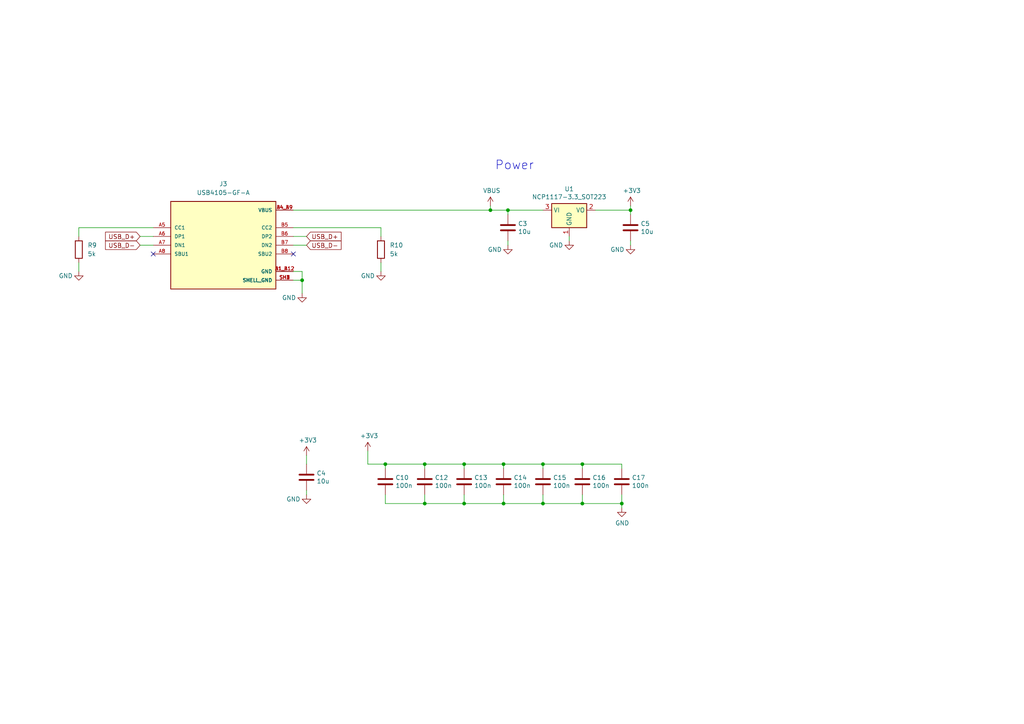
<source format=kicad_sch>
(kicad_sch (version 20231120) (generator "eeschema") (generator_version "8.0")
  (paper "A4")
  (lib_symbols
    (symbol "Device:C" (pin_numbers hide) (pin_names (offset 0.254))
      (property "Reference" "C" (at 0.635 2.54 0))
      (property "Value" "C" (at 0.635 -2.54 0))
      (symbol "C_0_1"
        (polyline (pts (xy -2.032 -0.762) (xy 2.032 -0.762)) (stroke (width 0.508)))
        (polyline (pts (xy -2.032 0.762) (xy 2.032 0.762)) (stroke (width 0.508)))
      )
      (symbol "C_1_1"
        (pin passive line (at 0 3.81 270) (length 2.794) (name "~") (number "1"))
        (pin passive line (at 0 -3.81 90) (length 2.794) (name "~") (number "2"))
      )
    )
    (symbol "Device:R" (pin_numbers hide) (pin_names (offset 0))
      (property "Reference" "R" (at 2.032 0 90))
      (property "Value" "R" (at 0 0 90))
      (symbol "R_0_1"
        (rectangle (start -1.016 -2.54) (end 1.016 2.54) (stroke (width 0.254)))
      )
      (symbol "R_1_1"
        (pin passive line (at 0 3.81 270) (length 1.27) (name "~") (number "1"))
        (pin passive line (at 0 -3.81 90) (length 1.27) (name "~") (number "2"))
      )
    )
    (symbol "Regulator_Linear:NCP1117-3.3_SOT223"
      (property "Reference" "U" (at -3.81 3.175 0))
      (property "Value" "NCP1117-3.3_SOT223" (at 0 3.175 0))
      (symbol "NCP1117-3.3_SOT223_0_1"
        (rectangle (start -5.08 -5.08) (end 5.08 1.905) (stroke (width 0.254)) (fill (type background)))
      )
      (symbol "NCP1117-3.3_SOT223_1_1"
        (pin power_in line (at 0 -7.62 90) (length 2.54) (name "GND") (number "1"))
        (pin power_out line (at 7.62 0 180) (length 2.54) (name "VO") (number "2"))
        (pin power_in line (at -7.62 0 0) (length 2.54) (name "VI") (number "3"))
      )
    )
    (symbol "USB4105-GF-A:USB4105-GF-A" (pin_names (offset 1.016))
      (property "Reference" "J" (at -15.24 13.97 0))
      (property "Value" "USB4105-GF-A" (at -15.24 -15.24 0))
      (symbol "USB4105-GF-A_0_0"
        (rectangle (start -15.24 -12.7) (end 15.24 12.7) (stroke (width 0.254)) (fill (type background)))
        (pin power_in line (at 20.32 -7.62 180) (length 5.08) (name "GND") (number "A1_B12"))
        (pin power_in line (at 20.32 10.16 180) (length 5.08) (name "VBUS") (number "A4_B9"))
        (pin bidirectional line (at -20.32 5.08 0) (length 5.08) (name "CC1") (number "A5"))
        (pin bidirectional line (at -20.32 2.54 0) (length 5.08) (name "DP1") (number "A6"))
        (pin bidirectional line (at -20.32 0 0) (length 5.08) (name "DN1") (number "A7"))
        (pin bidirectional line (at -20.32 -2.54 0) (length 5.08) (name "SBU1") (number "A8"))
        (pin power_in line (at 20.32 -7.62 180) (length 5.08) (name "GND") (number "B1_A12"))
        (pin power_in line (at 20.32 10.16 180) (length 5.08) (name "VBUS") (number "B4_A9"))
        (pin bidirectional line (at 20.32 5.08 180) (length 5.08) (name "CC2") (number "B5"))
        (pin bidirectional line (at 20.32 2.54 180) (length 5.08) (name "DP2") (number "B6"))
        (pin bidirectional line (at 20.32 0 180) (length 5.08) (name "DN2") (number "B7"))
        (pin bidirectional line (at 20.32 -2.54 180) (length 5.08) (name "SBU2") (number "B8"))
        (pin power_in line (at 20.32 -10.16 180) (length 5.08) (name "SHELL_GND") (number "SH1"))
        (pin power_in line (at 20.32 -10.16 180) (length 5.08) (name "SHELL_GND") (number "SH2"))
        (pin power_in line (at 20.32 -10.16 180) (length 5.08) (name "SHELL_GND") (number "SH3"))
        (pin power_in line (at 20.32 -10.16 180) (length 5.08) (name "SHELL_GND") (number "SH4"))
      )
    )
    (symbol "power:+3V3" (power) (pin_names (offset 0))
      (property "Value" "+3V3" (at 0 3.556 0))
      (symbol "+3V3_0_1"
        (polyline (pts (xy -0.762 1.27) (xy 0 2.54)))
        (polyline (pts (xy 0 0) (xy 0 2.54)))
        (polyline (pts (xy 0 2.54) (xy 0.762 1.27)))
      )
      (symbol "+3V3_1_1"
        (pin power_in line (at 0 0 90) (length 0) hide (name "+3V3") (number "1"))
      )
    )
    (symbol "power:GND" (power) (pin_names (offset 0))
      (property "Value" "GND" (at 0 -3.81 0))
      (symbol "GND_0_1"
        (polyline (pts (xy 0 0) (xy 0 -1.27) (xy 1.27 -1.27) (xy 0 -2.54) (xy -1.27 -1.27) (xy 0 -1.27)))
      )
      (symbol "GND_1_1"
        (pin power_in line (at 0 0 270) (length 0) hide (name "GND") (number "1"))
      )
    )
    (symbol "power:VBUS" (power) (pin_names (offset 0))
      (property "Value" "VBUS" (at 0 3.81 0))
      (symbol "VBUS_0_1"
        (polyline (pts (xy -0.762 1.27) (xy 0 2.54)))
        (polyline (pts (xy 0 0) (xy 0 2.54)))
        (polyline (pts (xy 0 2.54) (xy 0.762 1.27)))
      )
      (symbol "VBUS_1_1"
        (pin power_in line (at 0 0 90) (length 0) hide (name "VBUS") (number "1"))
      )
    )
  )
  (junction (at 157.48 134.62))
  (junction (at 168.91 146.05))
  (junction (at 157.48 146.05))
  (junction (at 180.34 146.05))
  (junction (at 111.76 134.62))
  (junction (at 123.19 146.05))
  (junction (at 134.62 134.62))
  (junction (at 182.88 60.96))
  (junction (at 134.62 146.05))
  (junction (at 147.32 60.96))
  (junction (at 142.24 60.96))
  (junction (at 123.19 134.62))
  (junction (at 168.91 134.62))
  (junction (at 146.05 134.62))
  (junction (at 87.63 81.28))
  (junction (at 146.05 146.05))
  (no_connect (at 44.45 73.66))
  (no_connect (at 85.09 73.66))
  (wire (pts (xy 111.76 134.62) (xy 111.76 135.89)))
  (wire (pts (xy 157.48 134.62) (xy 168.91 134.62)))
  (wire (pts (xy 134.62 135.89) (xy 134.62 134.62)))
  (wire (pts (xy 134.62 143.51) (xy 134.62 146.05)))
  (wire (pts (xy 147.32 69.85) (xy 147.32 71.12)))
  (wire (pts (xy 157.48 146.05) (xy 146.05 146.05)))
  (wire (pts (xy 44.45 66.04) (xy 22.86 66.04)))
  (wire (pts (xy 87.63 81.28) (xy 87.63 85.09)))
  (wire (pts (xy 110.49 66.04) (xy 110.49 68.58)))
  (wire (pts (xy 168.91 146.05) (xy 180.34 146.05)))
  (wire (pts (xy 180.34 146.05) (xy 180.34 147.32)))
  (wire (pts (xy 22.86 76.2) (xy 22.86 78.74)))
  (wire (pts (xy 22.86 66.04) (xy 22.86 68.58)))
  (wire (pts (xy 168.91 135.89) (xy 168.91 134.62)))
  (wire (pts (xy 134.62 146.05) (xy 123.19 146.05)))
  (wire (pts (xy 182.88 69.85) (xy 182.88 71.12)))
  (wire (pts (xy 123.19 143.51) (xy 123.19 146.05)))
  (wire (pts (xy 88.9 142.24) (xy 88.9 143.51)))
  (wire (pts (xy 157.48 60.96) (xy 147.32 60.96)))
  (wire (pts (xy 168.91 143.51) (xy 168.91 146.05)))
  (wire (pts (xy 85.09 78.74) (xy 87.63 78.74)))
  (wire (pts (xy 180.34 143.51) (xy 180.34 146.05)))
  (wire (pts (xy 147.32 62.23) (xy 147.32 60.96)))
  (wire (pts (xy 172.72 60.96) (xy 182.88 60.96)))
  (wire (pts (xy 88.9 132.08) (xy 88.9 134.62)))
  (wire (pts (xy 134.62 134.62) (xy 146.05 134.62)))
  (wire (pts (xy 106.68 134.62) (xy 111.76 134.62)))
  (wire (pts (xy 40.64 71.12) (xy 44.45 71.12)))
  (wire (pts (xy 146.05 134.62) (xy 157.48 134.62)))
  (wire (pts (xy 165.1 68.58) (xy 165.1 69.85)))
  (wire (pts (xy 168.91 146.05) (xy 157.48 146.05)))
  (wire (pts (xy 111.76 134.62) (xy 123.19 134.62)))
  (wire (pts (xy 40.64 68.58) (xy 44.45 68.58)))
  (wire (pts (xy 85.09 66.04) (xy 110.49 66.04)))
  (wire (pts (xy 111.76 143.51) (xy 111.76 146.05)))
  (wire (pts (xy 87.63 78.74) (xy 87.63 81.28)))
  (wire (pts (xy 85.09 60.96) (xy 142.24 60.96)))
  (wire (pts (xy 180.34 135.89) (xy 180.34 134.62)))
  (wire (pts (xy 85.09 68.58) (xy 88.9 68.58)))
  (wire (pts (xy 85.09 71.12) (xy 88.9 71.12)))
  (wire (pts (xy 123.19 134.62) (xy 134.62 134.62)))
  (wire (pts (xy 106.68 130.81) (xy 106.68 134.62)))
  (wire (pts (xy 182.88 62.23) (xy 182.88 60.96)))
  (wire (pts (xy 146.05 146.05) (xy 134.62 146.05)))
  (wire (pts (xy 110.49 76.2) (xy 110.49 78.74)))
  (wire (pts (xy 146.05 143.51) (xy 146.05 146.05)))
  (wire (pts (xy 142.24 59.69) (xy 142.24 60.96)))
  (wire (pts (xy 157.48 143.51) (xy 157.48 146.05)))
  (wire (pts (xy 146.05 135.89) (xy 146.05 134.62)))
  (wire (pts (xy 123.19 135.89) (xy 123.19 134.62)))
  (wire (pts (xy 85.09 81.28) (xy 87.63 81.28)))
  (wire (pts (xy 157.48 135.89) (xy 157.48 134.62)))
  (wire (pts (xy 182.88 60.96) (xy 182.88 59.69)))
  (wire (pts (xy 142.24 60.96) (xy 147.32 60.96)))
  (wire (pts (xy 123.19 146.05) (xy 111.76 146.05)))
  (wire (pts (xy 168.91 134.62) (xy 180.34 134.62)))
  (text "Power" (at 143.51 49.53 0) (effects (font (size 2.54 2.54)) (justify left bottom)))
  (global_label "USB_D-" (shape input) (at 40.64 71.12 180) (property "Intersheetrefs" "${INTERSHEET_REFS}" (effects (hide yes))))
  (global_label "USB_D+" (shape input) (at 88.9 68.58 0) (property "Intersheetrefs" "${INTERSHEET_REFS}" (effects (hide yes))))
  (global_label "USB_D+" (shape input) (at 40.64 68.58 180) (property "Intersheetrefs" "${INTERSHEET_REFS}" (effects (hide yes))))
  (global_label "USB_D-" (shape input) (at 88.9 71.12 0) (property "Intersheetrefs" "${INTERSHEET_REFS}" (effects (hide yes))))
  (symbol (lib_id "Regulator_Linear:NCP1117-3.3_SOT223") (at 165.1 60.96 0) (unit 1)
    (property "Reference" "U1" (at 165.1 54.8132 0))
    (property "Value" "NCP1117-3.3_SOT223" (at 165.1 57.1246 0))
    (property "Footprint" "Package_TO_SOT_SMD:SOT-223-3_TabPin2" (effects (hide yes)))
    (property "Datasheet" "http://www.onsemi.com/pub_link/Collateral/NCP1117-D.PDF" (effects (hide yes)))
  )
  (symbol (lib_id "power:GND") (at 182.88 71.12 0) (unit 1)
    (property "Reference" "#PWR012" (effects (hide yes)))
    (property "Value" "GND" (at 179.07 72.39 0))
  )
  (symbol (lib_id "Device:R") (at 22.86 72.39 0) (unit 1)
    (property "Reference" "R9" (at 25.4 71.1199 0) (effects (justify left)))
    (property "Value" "5k" (at 25.4 73.6599 0) (effects (justify left)))
    (property "Footprint" "Resistor_SMD:R_0603_1608Metric" (effects (hide yes)))
    (property "Description" "Resistor" (effects (hide yes)))
  )
  (symbol (lib_id "power:VBUS") (at 142.24 59.69 0) (unit 1)
    (property "Reference" "#PWR04" (effects (hide yes)))
    (property "Value" "VBUS" (at 142.621 55.2958 0))
  )
  (symbol (lib_id "Device:C") (at 157.48 139.7 0) (unit 1)
    (property "Reference" "C15" (at 160.401 138.5316 0) (effects (justify left)))
    (property "Value" "100n" (at 160.401 140.843 0) (effects (justify left)))
    (property "Footprint" "Capacitor_SMD:C_0402_1005Metric" (effects (hide yes)))
  )
  (symbol (lib_id "Device:C") (at 111.76 139.7 0) (unit 1)
    (property "Reference" "C10" (at 114.681 138.5316 0) (effects (justify left)))
    (property "Value" "100n" (at 114.681 140.843 0) (effects (justify left)))
    (property "Footprint" "Capacitor_SMD:C_0402_1005Metric" (effects (hide yes)))
  )
  (symbol (lib_id "power:GND") (at 87.63 85.09 0) (unit 1)
    (property "Reference" "#PWR036" (effects (hide yes)))
    (property "Value" "GND" (at 83.82 86.36 0))
  )
  (symbol (lib_id "power:+3V3") (at 88.9 132.08 0) (unit 1)
    (property "Reference" "#PWR09" (effects (hide yes)))
    (property "Value" "+3V3" (at 89.281 127.6858 0))
  )
  (symbol (lib_id "Device:C") (at 88.9 138.43 0) (unit 1)
    (property "Reference" "C4" (at 91.821 137.2616 0) (effects (justify left)))
    (property "Value" "10u" (at 91.821 139.573 0) (effects (justify left)))
    (property "Footprint" "Capacitor_SMD:C_0805_2012Metric" (effects (hide yes)))
  )
  (symbol (lib_id "Device:C") (at 134.62 139.7 0) (unit 1)
    (property "Reference" "C13" (at 137.541 138.5316 0) (effects (justify left)))
    (property "Value" "100n" (at 137.541 140.843 0) (effects (justify left)))
    (property "Footprint" "Capacitor_SMD:C_0402_1005Metric" (effects (hide yes)))
  )
  (symbol (lib_id "Device:C") (at 180.34 139.7 0) (unit 1)
    (property "Reference" "C17" (at 183.261 138.5316 0) (effects (justify left)))
    (property "Value" "100n" (at 183.261 140.843 0) (effects (justify left)))
    (property "Footprint" "Capacitor_SMD:C_0402_1005Metric" (effects (hide yes)))
  )
  (symbol (lib_id "power:GND") (at 165.1 69.85 0) (unit 1)
    (property "Reference" "#PWR08" (effects (hide yes)))
    (property "Value" "GND" (at 161.29 71.12 0))
  )
  (symbol (lib_id "Device:C") (at 147.32 66.04 0) (unit 1)
    (property "Reference" "C3" (at 150.241 64.8716 0) (effects (justify left)))
    (property "Value" "10u" (at 150.241 67.183 0) (effects (justify left)))
    (property "Footprint" "Capacitor_SMD:C_0805_2012Metric" (effects (hide yes)))
  )
  (symbol (lib_id "Device:C") (at 168.91 139.7 0) (unit 1)
    (property "Reference" "C16" (at 171.831 138.5316 0) (effects (justify left)))
    (property "Value" "100n" (at 171.831 140.843 0) (effects (justify left)))
    (property "Footprint" "Capacitor_SMD:C_0402_1005Metric" (effects (hide yes)))
  )
  (symbol (lib_id "power:GND") (at 88.9 143.51 0) (unit 1)
    (property "Reference" "#PWR010" (effects (hide yes)))
    (property "Value" "GND" (at 85.09 144.78 0))
  )
  (symbol (lib_id "power:+3V3") (at 182.88 59.69 0) (unit 1)
    (property "Reference" "#PWR011" (effects (hide yes)))
    (property "Value" "+3V3" (at 183.261 55.2958 0))
  )
  (symbol (lib_id "USB4105-GF-A:USB4105-GF-A") (at 64.77 71.12 0) (unit 1)
    (property "Reference" "J3" (at 64.77 53.34 0))
    (property "Value" "USB4105-GF-A" (at 64.77 55.88 0))
    (property "Footprint" "duso:GCT_USB4105-GF-A" (effects (hide yes)))
    (property "DigiKey_Part_Number" "2073-USB4105-GF-ATR-ND" (effects (hide yes)))
    (property "MF" "GCT" (effects (hide yes)))
    (property "MAXIMUM_PACKAGE_HEIGHT" "3.31 mm" (effects (hide yes)))
    (property "Package" "None" (effects (hide yes)))
    (property "Check_prices" "https://www.snapeda.com/parts/USB4105-GF-A/Global+Connector+Technology/view-part/?ref=eda" (effects (hide yes)))
    (property "STANDARD" "Manufacturer Recommendations" (effects (hide yes)))
    (property "PARTREV" "B4" (effects (hide yes)))
    (property "SnapEDA_Link" "https://www.snapeda.com/parts/USB4105-GF-A/Global+Connector+Technology/view-part/?ref=snap" (effects (hide yes)))
    (property "MP" "USB4105-GF-A" (effects (hide yes)))
    (property "Purchase-URL" "https://www.snapeda.com/api/url_track_click_mouser/?unipart_id=4423780&manufacturer=GCT&part_name=USB4105-GF-A&search_term=usb4105-gf-a" (effects (hide yes)))
    (property "Description_1" "\nUSB-C (USB TYPE-C) USB 2.0 Receptacle Connector 24 (16+8 Dummy) Position Surface Mount, Right Angle; Through Hole\n" (effects (hide yes)))
    (property "MANUFACTURER" "GCT" (effects (hide yes)))
  )
  (symbol (lib_id "power:+3V3") (at 106.68 130.81 0) (unit 1)
    (property "Reference" "#PWR024" (effects (hide yes)))
    (property "Value" "+3V3" (at 107.061 126.4158 0))
  )
  (symbol (lib_id "power:GND") (at 147.32 71.12 0) (unit 1)
    (property "Reference" "#PWR06" (effects (hide yes)))
    (property "Value" "GND" (at 143.51 72.39 0))
  )
  (symbol (lib_id "power:GND") (at 110.49 78.74 0) (unit 1)
    (property "Reference" "#PWR035" (effects (hide yes)))
    (property "Value" "GND" (at 106.68 80.01 0))
  )
  (symbol (lib_id "power:GND") (at 180.34 147.32 0) (unit 1)
    (property "Reference" "#PWR023" (effects (hide yes)))
    (property "Value" "GND" (at 180.467 151.7142 0))
  )
  (symbol (lib_id "power:GND") (at 22.86 78.74 0) (unit 1)
    (property "Reference" "#PWR01" (effects (hide yes)))
    (property "Value" "GND" (at 19.05 80.01 0))
  )
  (symbol (lib_id "Device:C") (at 146.05 139.7 0) (unit 1)
    (property "Reference" "C14" (at 148.971 138.5316 0) (effects (justify left)))
    (property "Value" "100n" (at 148.971 140.843 0) (effects (justify left)))
    (property "Footprint" "Capacitor_SMD:C_0402_1005Metric" (effects (hide yes)))
  )
  (symbol (lib_id "Device:R") (at 110.49 72.39 0) (unit 1)
    (property "Reference" "R10" (at 113.03 71.1199 0) (effects (justify left)))
    (property "Value" "5k" (at 113.03 73.6599 0) (effects (justify left)))
    (property "Footprint" "Resistor_SMD:R_0603_1608Metric" (effects (hide yes)))
    (property "Description" "Resistor" (effects (hide yes)))
  )
  (symbol (lib_id "Device:C") (at 123.19 139.7 0) (unit 1)
    (property "Reference" "C12" (at 126.111 138.5316 0) (effects (justify left)))
    (property "Value" "100n" (at 126.111 140.843 0) (effects (justify left)))
    (property "Footprint" "Capacitor_SMD:C_0402_1005Metric" (effects (hide yes)))
  )
  (symbol (lib_id "Device:C") (at 182.88 66.04 0) (unit 1)
    (property "Reference" "C5" (at 185.801 64.8716 0) (effects (justify left)))
    (property "Value" "10u" (at 185.801 67.183 0) (effects (justify left)))
    (property "Footprint" "Capacitor_SMD:C_0805_2012Metric" (effects (hide yes)))
  )
)
</source>
